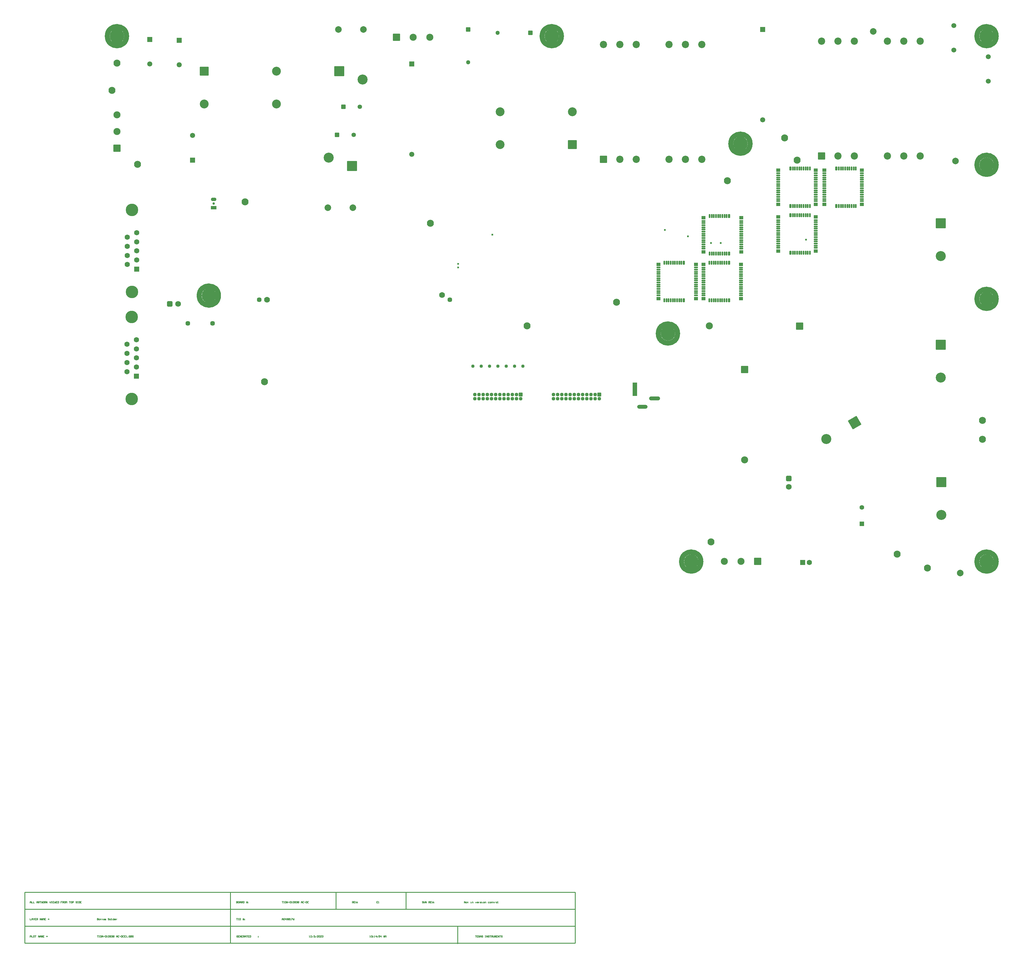
<source format=gbs>
G04*
G04 #@! TF.GenerationSoftware,Altium Limited,Altium Designer,23.1.1 (15)*
G04*
G04 Layer_Color=16711935*
%FSAX44Y44*%
%MOMM*%
G71*
G04*
G04 #@! TF.SameCoordinates,9B1E6CB6-7F21-4D16-986F-FEEA4F8F1DB9*
G04*
G04*
G04 #@! TF.FilePolarity,Negative*
G04*
G01*
G75*
%ADD19C,0.2540*%
%ADD22C,0.2032*%
%ADD128C,2.0000*%
%ADD129C,2.2000*%
G04:AMPARAMS|DCode=130|XSize=2.2mm|YSize=2.2mm|CornerRadius=0.055mm|HoleSize=0mm|Usage=FLASHONLY|Rotation=90.000|XOffset=0mm|YOffset=0mm|HoleType=Round|Shape=RoundedRectangle|*
%AMROUNDEDRECTD130*
21,1,2.2000,2.0900,0,0,90.0*
21,1,2.0900,2.2000,0,0,90.0*
1,1,0.1100,1.0450,1.0450*
1,1,0.1100,1.0450,-1.0450*
1,1,0.1100,-1.0450,-1.0450*
1,1,0.1100,-1.0450,1.0450*
%
%ADD130ROUNDEDRECTD130*%
%ADD131C,2.1320*%
%ADD132C,1.5500*%
G04:AMPARAMS|DCode=133|XSize=1.55mm|YSize=1.55mm|CornerRadius=0.0465mm|HoleSize=0mm|Usage=FLASHONLY|Rotation=90.000|XOffset=0mm|YOffset=0mm|HoleType=Round|Shape=RoundedRectangle|*
%AMROUNDEDRECTD133*
21,1,1.5500,1.4570,0,0,90.0*
21,1,1.4570,1.5500,0,0,90.0*
1,1,0.0930,0.7285,0.7285*
1,1,0.0930,0.7285,-0.7285*
1,1,0.0930,-0.7285,-0.7285*
1,1,0.0930,-0.7285,0.7285*
%
%ADD133ROUNDEDRECTD133*%
%ADD134C,4.4000*%
G04:AMPARAMS|DCode=135|XSize=1.07mm|YSize=1.7mm|CornerRadius=0.535mm|HoleSize=0mm|Usage=FLASHONLY|Rotation=90.000|XOffset=0mm|YOffset=0mm|HoleType=Round|Shape=RoundedRectangle|*
%AMROUNDEDRECTD135*
21,1,1.0700,0.6300,0,0,90.0*
21,1,0.0000,1.7000,0,0,90.0*
1,1,1.0700,0.3150,0.0000*
1,1,1.0700,0.3150,0.0000*
1,1,1.0700,-0.3150,0.0000*
1,1,1.0700,-0.3150,0.0000*
%
%ADD135ROUNDEDRECTD135*%
G04:AMPARAMS|DCode=136|XSize=1.07mm|YSize=1.7mm|CornerRadius=0.0481mm|HoleSize=0mm|Usage=FLASHONLY|Rotation=90.000|XOffset=0mm|YOffset=0mm|HoleType=Round|Shape=RoundedRectangle|*
%AMROUNDEDRECTD136*
21,1,1.0700,1.6037,0,0,90.0*
21,1,0.9737,1.7000,0,0,90.0*
1,1,0.0963,0.8019,0.4869*
1,1,0.0963,0.8019,-0.4869*
1,1,0.0963,-0.8019,-0.4869*
1,1,0.0963,-0.8019,0.4869*
%
%ADD136ROUNDEDRECTD136*%
%ADD137C,0.7500*%
%ADD138C,2.7000*%
G04:AMPARAMS|DCode=139|XSize=2.7mm|YSize=2.7mm|CornerRadius=0.054mm|HoleSize=0mm|Usage=FLASHONLY|Rotation=90.000|XOffset=0mm|YOffset=0mm|HoleType=Round|Shape=RoundedRectangle|*
%AMROUNDEDRECTD139*
21,1,2.7000,2.5920,0,0,90.0*
21,1,2.5920,2.7000,0,0,90.0*
1,1,0.1080,1.2960,1.2960*
1,1,0.1080,1.2960,-1.2960*
1,1,0.1080,-1.2960,-1.2960*
1,1,0.1080,-1.2960,1.2960*
%
%ADD139ROUNDEDRECTD139*%
G04:AMPARAMS|DCode=140|XSize=1.35mm|YSize=1.35mm|CornerRadius=0.0472mm|HoleSize=0mm|Usage=FLASHONLY|Rotation=0.000|XOffset=0mm|YOffset=0mm|HoleType=Round|Shape=RoundedRectangle|*
%AMROUNDEDRECTD140*
21,1,1.3500,1.2555,0,0,0.0*
21,1,1.2555,1.3500,0,0,0.0*
1,1,0.0945,0.6278,-0.6278*
1,1,0.0945,-0.6278,-0.6278*
1,1,0.0945,-0.6278,0.6278*
1,1,0.0945,0.6278,0.6278*
%
%ADD140ROUNDEDRECTD140*%
%ADD141C,1.3500*%
G04:AMPARAMS|DCode=142|XSize=2.15mm|YSize=2.15mm|CornerRadius=0.0538mm|HoleSize=0mm|Usage=FLASHONLY|Rotation=90.000|XOffset=0mm|YOffset=0mm|HoleType=Round|Shape=RoundedRectangle|*
%AMROUNDEDRECTD142*
21,1,2.1500,2.0425,0,0,90.0*
21,1,2.0425,2.1500,0,0,90.0*
1,1,0.1075,1.0213,1.0213*
1,1,0.1075,1.0213,-1.0213*
1,1,0.1075,-1.0213,-1.0213*
1,1,0.1075,-1.0213,1.0213*
%
%ADD142ROUNDEDRECTD142*%
%ADD143C,2.1500*%
G04:AMPARAMS|DCode=144|XSize=2.15mm|YSize=2.15mm|CornerRadius=0.0538mm|HoleSize=0mm|Usage=FLASHONLY|Rotation=180.000|XOffset=0mm|YOffset=0mm|HoleType=Round|Shape=RoundedRectangle|*
%AMROUNDEDRECTD144*
21,1,2.1500,2.0425,0,0,180.0*
21,1,2.0425,2.1500,0,0,180.0*
1,1,0.1075,-1.0213,1.0213*
1,1,0.1075,1.0213,1.0213*
1,1,0.1075,1.0213,-1.0213*
1,1,0.1075,-1.0213,-1.0213*
%
%ADD144ROUNDEDRECTD144*%
%ADD145C,2.0000*%
G04:AMPARAMS|DCode=146|XSize=3.05mm|YSize=3.05mm|CornerRadius=0.0458mm|HoleSize=0mm|Usage=FLASHONLY|Rotation=90.000|XOffset=0mm|YOffset=0mm|HoleType=Round|Shape=RoundedRectangle|*
%AMROUNDEDRECTD146*
21,1,3.0500,2.9585,0,0,90.0*
21,1,2.9585,3.0500,0,0,90.0*
1,1,0.0915,1.4793,1.4793*
1,1,0.0915,1.4793,-1.4793*
1,1,0.0915,-1.4793,-1.4793*
1,1,0.0915,-1.4793,1.4793*
%
%ADD146ROUNDEDRECTD146*%
%ADD147C,3.0500*%
%ADD148C,1.7780*%
%ADD149C,1.4480*%
%ADD150C,1.0200*%
G04:AMPARAMS|DCode=151|XSize=1.3mm|YSize=1.3mm|CornerRadius=0.052mm|HoleSize=0mm|Usage=FLASHONLY|Rotation=180.000|XOffset=0mm|YOffset=0mm|HoleType=Round|Shape=RoundedRectangle|*
%AMROUNDEDRECTD151*
21,1,1.3000,1.1960,0,0,180.0*
21,1,1.1960,1.3000,0,0,180.0*
1,1,0.1040,-0.5980,0.5980*
1,1,0.1040,0.5980,0.5980*
1,1,0.1040,0.5980,-0.5980*
1,1,0.1040,-0.5980,-0.5980*
%
%ADD151ROUNDEDRECTD151*%
%ADD152C,1.3000*%
G04:AMPARAMS|DCode=153|XSize=1.3mm|YSize=1.3mm|CornerRadius=0.052mm|HoleSize=0mm|Usage=FLASHONLY|Rotation=270.000|XOffset=0mm|YOffset=0mm|HoleType=Round|Shape=RoundedRectangle|*
%AMROUNDEDRECTD153*
21,1,1.3000,1.1960,0,0,270.0*
21,1,1.1960,1.3000,0,0,270.0*
1,1,0.1040,-0.5980,-0.5980*
1,1,0.1040,-0.5980,0.5980*
1,1,0.1040,0.5980,0.5980*
1,1,0.1040,0.5980,-0.5980*
%
%ADD153ROUNDEDRECTD153*%
G04:AMPARAMS|DCode=154|XSize=1.12mm|YSize=1.12mm|CornerRadius=0.0504mm|HoleSize=0mm|Usage=FLASHONLY|Rotation=180.000|XOffset=0mm|YOffset=0mm|HoleType=Round|Shape=RoundedRectangle|*
%AMROUNDEDRECTD154*
21,1,1.1200,1.0192,0,0,180.0*
21,1,1.0192,1.1200,0,0,180.0*
1,1,0.1008,-0.5096,0.5096*
1,1,0.1008,0.5096,0.5096*
1,1,0.1008,0.5096,-0.5096*
1,1,0.1008,-0.5096,-0.5096*
%
%ADD154ROUNDEDRECTD154*%
%ADD155C,1.1200*%
G04:AMPARAMS|DCode=156|XSize=3.2mm|YSize=1.2mm|CornerRadius=0.6mm|HoleSize=0mm|Usage=FLASHONLY|Rotation=0.000|XOffset=0mm|YOffset=0mm|HoleType=Round|Shape=RoundedRectangle|*
%AMROUNDEDRECTD156*
21,1,3.2000,0.0000,0,0,0.0*
21,1,2.0000,1.2000,0,0,0.0*
1,1,1.2000,1.0000,0.0000*
1,1,1.2000,-1.0000,0.0000*
1,1,1.2000,-1.0000,0.0000*
1,1,1.2000,1.0000,0.0000*
%
%ADD156ROUNDEDRECTD156*%
G04:AMPARAMS|DCode=157|XSize=3.4mm|YSize=1.2mm|CornerRadius=0.6mm|HoleSize=0mm|Usage=FLASHONLY|Rotation=0.000|XOffset=0mm|YOffset=0mm|HoleType=Round|Shape=RoundedRectangle|*
%AMROUNDEDRECTD157*
21,1,3.4000,0.0000,0,0,0.0*
21,1,2.2000,1.2000,0,0,0.0*
1,1,1.2000,1.1000,0.0000*
1,1,1.2000,-1.1000,0.0000*
1,1,1.2000,-1.1000,0.0000*
1,1,1.2000,1.1000,0.0000*
%
%ADD157ROUNDEDRECTD157*%
G04:AMPARAMS|DCode=158|XSize=1.4mm|YSize=4.1mm|CornerRadius=0.049mm|HoleSize=0mm|Usage=FLASHONLY|Rotation=0.000|XOffset=0mm|YOffset=0mm|HoleType=Round|Shape=RoundedRectangle|*
%AMROUNDEDRECTD158*
21,1,1.4000,4.0020,0,0,0.0*
21,1,1.3020,4.1000,0,0,0.0*
1,1,0.0980,0.6510,-2.0010*
1,1,0.0980,-0.6510,-2.0010*
1,1,0.0980,-0.6510,2.0010*
1,1,0.0980,0.6510,2.0010*
%
%ADD158ROUNDEDRECTD158*%
%ADD159C,1.5000*%
G04:AMPARAMS|DCode=160|XSize=3.05mm|YSize=3.05mm|CornerRadius=0.0458mm|HoleSize=0mm|Usage=FLASHONLY|Rotation=210.000|XOffset=0mm|YOffset=0mm|HoleType=Round|Shape=RoundedRectangle|*
%AMROUNDEDRECTD160*
21,1,3.0500,2.9585,0,0,210.0*
21,1,2.9585,3.0500,0,0,210.0*
1,1,0.0915,-2.0207,0.5414*
1,1,0.0915,0.5414,2.0207*
1,1,0.0915,2.0207,-0.5414*
1,1,0.0915,-0.5414,-2.0207*
%
%ADD160ROUNDEDRECTD160*%
%ADD161C,1.7500*%
G04:AMPARAMS|DCode=162|XSize=1.75mm|YSize=1.75mm|CornerRadius=0.4625mm|HoleSize=0mm|Usage=FLASHONLY|Rotation=270.000|XOffset=0mm|YOffset=0mm|HoleType=Round|Shape=RoundedRectangle|*
%AMROUNDEDRECTD162*
21,1,1.7500,0.8250,0,0,270.0*
21,1,0.8250,1.7500,0,0,270.0*
1,1,0.9250,-0.4125,-0.4125*
1,1,0.9250,-0.4125,0.4125*
1,1,0.9250,0.4125,0.4125*
1,1,0.9250,0.4125,-0.4125*
%
%ADD162ROUNDEDRECTD162*%
%ADD163R,1.4000X1.4000*%
%ADD164C,1.4000*%
%ADD165C,1.6000*%
G04:AMPARAMS|DCode=166|XSize=1.6mm|YSize=1.6mm|CornerRadius=0.1025mm|HoleSize=0mm|Usage=FLASHONLY|Rotation=0.000|XOffset=0mm|YOffset=0mm|HoleType=Round|Shape=RoundedRectangle|*
%AMROUNDEDRECTD166*
21,1,1.6000,1.3950,0,0,0.0*
21,1,1.3950,1.6000,0,0,0.0*
1,1,0.2050,0.6975,-0.6975*
1,1,0.2050,-0.6975,-0.6975*
1,1,0.2050,-0.6975,0.6975*
1,1,0.2050,0.6975,0.6975*
%
%ADD166ROUNDEDRECTD166*%
%ADD167R,1.6000X1.6000*%
%ADD168C,3.8000*%
G04:AMPARAMS|DCode=169|XSize=1.75mm|YSize=1.75mm|CornerRadius=0.4625mm|HoleSize=0mm|Usage=FLASHONLY|Rotation=0.000|XOffset=0mm|YOffset=0mm|HoleType=Round|Shape=RoundedRectangle|*
%AMROUNDEDRECTD169*
21,1,1.7500,0.8250,0,0,0.0*
21,1,0.8250,1.7500,0,0,0.0*
1,1,0.9250,0.4125,-0.4125*
1,1,0.9250,-0.4125,-0.4125*
1,1,0.9250,-0.4125,0.4125*
1,1,0.9250,0.4125,0.4125*
%
%ADD169ROUNDEDRECTD169*%
%ADD170C,1.4500*%
%ADD171C,0.6080*%
%ADD172C,0.6000*%
%ADD188C,1.5000*%
G04:AMPARAMS|DCode=190|XSize=0.665mm|YSize=1.15mm|CornerRadius=0.0499mm|HoleSize=0mm|Usage=FLASHONLY|Rotation=0.000|XOffset=0mm|YOffset=0mm|HoleType=Round|Shape=RoundedRectangle|*
%AMROUNDEDRECTD190*
21,1,0.6650,1.0502,0,0,0.0*
21,1,0.5653,1.1500,0,0,0.0*
1,1,0.0998,0.2826,-0.5251*
1,1,0.0998,-0.2826,-0.5251*
1,1,0.0998,-0.2826,0.5251*
1,1,0.0998,0.2826,0.5251*
%
%ADD190ROUNDEDRECTD190*%
G04:AMPARAMS|DCode=191|XSize=0.45mm|YSize=1.15mm|CornerRadius=0.0495mm|HoleSize=0mm|Usage=FLASHONLY|Rotation=0.000|XOffset=0mm|YOffset=0mm|HoleType=Round|Shape=RoundedRectangle|*
%AMROUNDEDRECTD191*
21,1,0.4500,1.0510,0,0,0.0*
21,1,0.3510,1.1500,0,0,0.0*
1,1,0.0990,0.1755,-0.5255*
1,1,0.0990,-0.1755,-0.5255*
1,1,0.0990,-0.1755,0.5255*
1,1,0.0990,0.1755,0.5255*
%
%ADD191ROUNDEDRECTD191*%
G04:AMPARAMS|DCode=192|XSize=1.15mm|YSize=1.1mm|CornerRadius=0.0495mm|HoleSize=0mm|Usage=FLASHONLY|Rotation=0.000|XOffset=0mm|YOffset=0mm|HoleType=Round|Shape=RoundedRectangle|*
%AMROUNDEDRECTD192*
21,1,1.1500,1.0010,0,0,0.0*
21,1,1.0510,1.1000,0,0,0.0*
1,1,0.0990,0.5255,-0.5005*
1,1,0.0990,-0.5255,-0.5005*
1,1,0.0990,-0.5255,0.5005*
1,1,0.0990,0.5255,0.5005*
%
%ADD192ROUNDEDRECTD192*%
G04:AMPARAMS|DCode=193|XSize=1.15mm|YSize=0.45mm|CornerRadius=0.0495mm|HoleSize=0mm|Usage=FLASHONLY|Rotation=0.000|XOffset=0mm|YOffset=0mm|HoleType=Round|Shape=RoundedRectangle|*
%AMROUNDEDRECTD193*
21,1,1.1500,0.3510,0,0,0.0*
21,1,1.0510,0.4500,0,0,0.0*
1,1,0.0990,0.5255,-0.1755*
1,1,0.0990,-0.5255,-0.1755*
1,1,0.0990,-0.5255,0.1755*
1,1,0.0990,0.5255,0.1755*
%
%ADD193ROUNDEDRECTD193*%
G54D19*
X01038734Y00433739D02*
Y00588679D01*
X00412751D02*
X02089532D01*
X01360552Y00537032D02*
Y00588679D01*
X01573912Y00537032D02*
Y00588679D01*
X01731900Y00432088D02*
Y00483608D01*
X01429894Y00433739D02*
X02089532D01*
X00412751D02*
X00812928D01*
X00412624Y00537032D02*
X02089532D01*
X00412624Y00433739D02*
X01429894D01*
X00412624Y00485386D02*
X02089024D01*
X00412624Y00433739D02*
Y00588679D01*
X00412751Y00433739D02*
Y00588679D01*
X02089532Y00433739D02*
Y00588679D01*
G54D22*
X00633350Y00508589D02*
Y00503591D01*
X00635849D01*
X00636682Y00504424D01*
Y00505257D01*
X00635849Y00506090D01*
X00633350D01*
X00635849D01*
X00636682Y00506923D01*
Y00507756D01*
X00635849Y00508589D01*
X00633350D01*
X00639182Y00503591D02*
X00640848D01*
X00641681Y00504424D01*
Y00506090D01*
X00640848Y00506923D01*
X00639182D01*
X00638349Y00506090D01*
Y00504424D01*
X00639182Y00503591D01*
X00644180Y00507756D02*
Y00506923D01*
X00643347D01*
X00645013D01*
X00644180D01*
Y00504424D01*
X00645013Y00503591D01*
X00648345Y00507756D02*
Y00506923D01*
X00647512D01*
X00649178D01*
X00648345D01*
Y00504424D01*
X00649178Y00503591D01*
X00652511D02*
X00654177D01*
X00655010Y00504424D01*
Y00506090D01*
X00654177Y00506923D01*
X00652511D01*
X00651677Y00506090D01*
Y00504424D01*
X00652511Y00503591D01*
X00656676D02*
Y00506923D01*
X00657509D01*
X00658342Y00506090D01*
Y00503591D01*
Y00506090D01*
X00659175Y00506923D01*
X00660008Y00506090D01*
Y00503591D01*
X00670005Y00507756D02*
X00669172Y00508589D01*
X00667506D01*
X00666673Y00507756D01*
Y00506923D01*
X00667506Y00506090D01*
X00669172D01*
X00670005Y00505257D01*
Y00504424D01*
X00669172Y00503591D01*
X00667506D01*
X00666673Y00504424D01*
X00672504Y00503591D02*
X00674170D01*
X00675003Y00504424D01*
Y00506090D01*
X00674170Y00506923D01*
X00672504D01*
X00671671Y00506090D01*
Y00504424D01*
X00672504Y00503591D01*
X00676669D02*
X00678335D01*
X00677502D01*
Y00508589D01*
X00676669D01*
X00684167D02*
Y00503591D01*
X00681668D01*
X00680835Y00504424D01*
Y00506090D01*
X00681668Y00506923D01*
X00684167D01*
X00688332Y00503591D02*
X00686666D01*
X00685833Y00504424D01*
Y00506090D01*
X00686666Y00506923D01*
X00688332D01*
X00689165Y00506090D01*
Y00505257D01*
X00685833D01*
X00690831Y00506923D02*
Y00503591D01*
Y00505257D01*
X00691665Y00506090D01*
X00692497Y00506923D01*
X00693331D01*
X00428753Y00555109D02*
Y00558441D01*
X00430419Y00560107D01*
X00432085Y00558441D01*
Y00555109D01*
Y00557608D01*
X00428753D01*
X00433751Y00560107D02*
Y00555109D01*
X00437084D01*
X00438750Y00560107D02*
Y00555109D01*
X00442082D01*
X00448747D02*
Y00558441D01*
X00450413Y00560107D01*
X00452079Y00558441D01*
Y00555109D01*
Y00557608D01*
X00448747D01*
X00453745Y00555109D02*
Y00560107D01*
X00456244D01*
X00457077Y00559274D01*
Y00557608D01*
X00456244Y00556775D01*
X00453745D01*
X00455411D02*
X00457077Y00555109D01*
X00458743Y00560107D02*
X00462076D01*
X00460410D01*
Y00555109D01*
X00463742Y00560107D02*
Y00555109D01*
X00465408Y00556775D01*
X00467074Y00555109D01*
Y00560107D01*
X00471239D02*
X00469573D01*
X00468740Y00559274D01*
Y00555942D01*
X00469573Y00555109D01*
X00471239D01*
X00472072Y00555942D01*
Y00559274D01*
X00471239Y00560107D01*
X00473738Y00555109D02*
Y00560107D01*
X00476238D01*
X00477071Y00559274D01*
Y00557608D01*
X00476238Y00556775D01*
X00473738D01*
X00475405D02*
X00477071Y00555109D01*
X00478737Y00560107D02*
Y00555109D01*
Y00556775D01*
X00482069Y00560107D01*
X00479570Y00557608D01*
X00482069Y00555109D01*
X00488733Y00560107D02*
Y00556775D01*
X00490400Y00555109D01*
X00492066Y00556775D01*
Y00560107D01*
X00493732D02*
X00495398D01*
X00494565D01*
Y00555109D01*
X00493732D01*
X00495398D01*
X00501230Y00560107D02*
X00497897D01*
Y00555109D01*
X00501230D01*
X00497897Y00557608D02*
X00499563D01*
X00502896Y00560107D02*
Y00555109D01*
X00504562Y00556775D01*
X00506228Y00555109D01*
Y00560107D01*
X00511226D02*
X00507894D01*
Y00555109D01*
X00511226D01*
X00507894Y00557608D02*
X00509560D01*
X00512892Y00560107D02*
Y00555109D01*
X00515392D01*
X00516225Y00555942D01*
Y00559274D01*
X00515392Y00560107D01*
X00512892D01*
X00526221D02*
X00522889D01*
Y00557608D01*
X00524555D01*
X00522889D01*
Y00555109D01*
X00527887D02*
Y00560107D01*
X00530387D01*
X00531220Y00559274D01*
Y00557608D01*
X00530387Y00556775D01*
X00527887D01*
X00529553D02*
X00531220Y00555109D01*
X00535385Y00560107D02*
X00533719D01*
X00532886Y00559274D01*
Y00555942D01*
X00533719Y00555109D01*
X00535385D01*
X00536218Y00555942D01*
Y00559274D01*
X00535385Y00560107D01*
X00537884Y00555109D02*
Y00560107D01*
X00539550Y00558441D01*
X00541216Y00560107D01*
Y00555109D01*
X00547881Y00560107D02*
X00551213D01*
X00549547D01*
Y00555109D01*
X00555378Y00560107D02*
X00553712D01*
X00552879Y00559274D01*
Y00555942D01*
X00553712Y00555109D01*
X00555378D01*
X00556212Y00555942D01*
Y00559274D01*
X00555378Y00560107D01*
X00557878Y00555109D02*
Y00560107D01*
X00560377D01*
X00561210Y00559274D01*
Y00557608D01*
X00560377Y00556775D01*
X00557878D01*
X00571207Y00559274D02*
X00570373Y00560107D01*
X00568707D01*
X00567874Y00559274D01*
Y00558441D01*
X00568707Y00557608D01*
X00570373D01*
X00571207Y00556775D01*
Y00555942D01*
X00570373Y00555109D01*
X00568707D01*
X00567874Y00555942D01*
X00572873Y00560107D02*
X00574539D01*
X00573706D01*
Y00555109D01*
X00572873D01*
X00574539D01*
X00577038Y00560107D02*
Y00555109D01*
X00579537D01*
X00580370Y00555942D01*
Y00559274D01*
X00579537Y00560107D01*
X00577038D01*
X00585369D02*
X00582036D01*
Y00555109D01*
X00585369D01*
X00582036Y00557608D02*
X00583703D01*
X00428753Y00451307D02*
Y00456305D01*
X00431252D01*
X00432085Y00455472D01*
Y00453806D01*
X00431252Y00452973D01*
X00428753D01*
X00433751Y00456305D02*
Y00451307D01*
X00437084D01*
X00441249Y00456305D02*
X00439583D01*
X00438750Y00455472D01*
Y00452140D01*
X00439583Y00451307D01*
X00441249D01*
X00442082Y00452140D01*
Y00455472D01*
X00441249Y00456305D01*
X00443748D02*
X00447080D01*
X00445414D01*
Y00451307D01*
X00453745D02*
Y00456305D01*
X00457077Y00451307D01*
Y00456305D01*
X00458743Y00451307D02*
Y00454639D01*
X00460410Y00456305D01*
X00462076Y00454639D01*
Y00451307D01*
Y00453806D01*
X00458743D01*
X00463742Y00451307D02*
Y00456305D01*
X00465408Y00454639D01*
X00467074Y00456305D01*
Y00451307D01*
X00472072Y00456305D02*
X00468740D01*
Y00451307D01*
X00472072D01*
X00468740Y00453806D02*
X00470406D01*
X00478737Y00452973D02*
X00482069D01*
X00478737Y00454639D02*
X00482069D01*
X00428753Y00508589D02*
Y00503591D01*
X00432085D01*
X00433751D02*
Y00506923D01*
X00435418Y00508589D01*
X00437084Y00506923D01*
Y00503591D01*
Y00506090D01*
X00433751D01*
X00438750Y00508589D02*
Y00507756D01*
X00440416Y00506090D01*
X00442082Y00507756D01*
Y00508589D01*
X00440416Y00506090D02*
Y00503591D01*
X00447080Y00508589D02*
X00443748D01*
Y00503591D01*
X00447080D01*
X00443748Y00506090D02*
X00445414D01*
X00448747Y00503591D02*
Y00508589D01*
X00451246D01*
X00452079Y00507756D01*
Y00506090D01*
X00451246Y00505257D01*
X00448747D01*
X00450413D02*
X00452079Y00503591D01*
X00458743D02*
Y00508589D01*
X00462076Y00503591D01*
Y00508589D01*
X00463742Y00503591D02*
Y00506923D01*
X00465408Y00508589D01*
X00467074Y00506923D01*
Y00503591D01*
Y00506090D01*
X00463742D01*
X00468740Y00503591D02*
Y00508589D01*
X00470406Y00506923D01*
X00472072Y00508589D01*
Y00503591D01*
X00477071Y00508589D02*
X00473738D01*
Y00503591D01*
X00477071D01*
X00473738Y00506090D02*
X00475405D01*
X00483735Y00505257D02*
X00487067D01*
X00483735Y00506923D02*
X00487067D01*
X01057784Y00560107D02*
Y00555109D01*
X01060283D01*
X01061116Y00555942D01*
Y00556775D01*
X01060283Y00557608D01*
X01057784D01*
X01060283D01*
X01061116Y00558441D01*
Y00559274D01*
X01060283Y00560107D01*
X01057784D01*
X01065282D02*
X01063616D01*
X01062783Y00559274D01*
Y00555942D01*
X01063616Y00555109D01*
X01065282D01*
X01066115Y00555942D01*
Y00559274D01*
X01065282Y00560107D01*
X01067781Y00555109D02*
Y00558441D01*
X01069447Y00560107D01*
X01071113Y00558441D01*
Y00555109D01*
Y00557608D01*
X01067781D01*
X01072779Y00555109D02*
Y00560107D01*
X01075278D01*
X01076112Y00559274D01*
Y00557608D01*
X01075278Y00556775D01*
X01072779D01*
X01074445D02*
X01076112Y00555109D01*
X01077778Y00560107D02*
Y00555109D01*
X01080277D01*
X01081110Y00555942D01*
Y00559274D01*
X01080277Y00560107D01*
X01077778D01*
X01088607Y00555109D02*
Y00560107D01*
X01090274D02*
Y00555109D01*
X01087774Y00558441D02*
X01090274D01*
X01091107D01*
X01087774Y00556775D02*
X01091107D01*
X01092773Y00558441D02*
X01093606D01*
Y00557608D01*
X01092773D01*
Y00558441D01*
Y00555942D02*
X01093606D01*
Y00555109D01*
X01092773D01*
Y00555942D01*
X00633350Y00456305D02*
X00636682D01*
X00635016D01*
Y00451307D01*
X00638349Y00456305D02*
X00640015D01*
X00639182D01*
Y00451307D01*
X00638349D01*
X00640015D01*
X00642514Y00456305D02*
Y00451307D01*
X00645013D01*
X00645846Y00452140D01*
Y00455472D01*
X00645013Y00456305D01*
X00642514D01*
X00647512Y00451307D02*
Y00454639D01*
X00649178Y00456305D01*
X00650844Y00454639D01*
Y00451307D01*
Y00453806D01*
X00647512D01*
X00652511D02*
X00655843D01*
X00657509Y00455472D02*
X00658342Y00456305D01*
X00660008D01*
X00660841Y00455472D01*
Y00452140D01*
X00660008Y00451307D01*
X00658342D01*
X00657509Y00452140D01*
Y00455472D01*
X00662507Y00451307D02*
X00664173D01*
X00663340D01*
Y00456305D01*
X00662507Y00455472D01*
X00666673D02*
X00667506Y00456305D01*
X00669172D01*
X00670005Y00455472D01*
Y00452140D01*
X00669172Y00451307D01*
X00667506D01*
X00666673Y00452140D01*
Y00455472D01*
X00671671Y00452140D02*
X00672504Y00451307D01*
X00674170D01*
X00675003Y00452140D01*
Y00455472D01*
X00674170Y00456305D01*
X00672504D01*
X00671671Y00455472D01*
Y00454639D01*
X00672504Y00453806D01*
X00675003D01*
X00676669Y00455472D02*
X00677502Y00456305D01*
X00679168D01*
X00680002Y00455472D01*
Y00454639D01*
X00679168Y00453806D01*
X00678335D01*
X00679168D01*
X00680002Y00452973D01*
Y00452140D01*
X00679168Y00451307D01*
X00677502D01*
X00676669Y00452140D01*
X00681668Y00455472D02*
X00682501Y00456305D01*
X00684167D01*
X00685000Y00455472D01*
Y00454639D01*
X00684167Y00453806D01*
X00685000Y00452973D01*
Y00452140D01*
X00684167Y00451307D01*
X00682501D01*
X00681668Y00452140D01*
Y00452973D01*
X00682501Y00453806D01*
X00681668Y00454639D01*
Y00455472D01*
X00682501Y00453806D02*
X00684167D01*
X00691665Y00451307D02*
Y00454639D01*
X00693331Y00456305D01*
X00694997Y00454639D01*
Y00451307D01*
Y00453806D01*
X00691665D01*
X00699995Y00455472D02*
X00699162Y00456305D01*
X00697496D01*
X00696663Y00455472D01*
Y00452140D01*
X00697496Y00451307D01*
X00699162D01*
X00699995Y00452140D01*
X00701661Y00453806D02*
X00704993D01*
X00706659Y00456305D02*
Y00451307D01*
X00709159D01*
X00709992Y00452140D01*
Y00455472D01*
X00709159Y00456305D01*
X00706659D01*
X00714990Y00455472D02*
X00714157Y00456305D01*
X00712491D01*
X00711658Y00455472D01*
Y00452140D01*
X00712491Y00451307D01*
X00714157D01*
X00714990Y00452140D01*
X00719988Y00456305D02*
X00716656D01*
Y00451307D01*
X00719988D01*
X00716656Y00453806D02*
X00718322D01*
X00721655Y00451307D02*
X00723321D01*
X00722488D01*
Y00456305D01*
X00721655Y00455472D01*
X00725820Y00451307D02*
Y00452140D01*
X00726653D01*
Y00451307D01*
X00725820D01*
X00733317Y00455472D02*
X00732485Y00456305D01*
X00730818D01*
X00729985Y00455472D01*
Y00452140D01*
X00730818Y00451307D01*
X00732485D01*
X00733317Y00452140D01*
Y00453806D01*
X00731651D01*
X00734984Y00456305D02*
Y00451307D01*
X00737483D01*
X00738316Y00452140D01*
Y00452973D01*
X00737483Y00453806D01*
X00734984D01*
X00737483D01*
X00738316Y00454639D01*
Y00455472D01*
X00737483Y00456305D01*
X00734984D01*
X00743314Y00455472D02*
X00742481Y00456305D01*
X00740815D01*
X00739982Y00455472D01*
Y00454639D01*
X00740815Y00453806D01*
X00742481D01*
X00743314Y00452973D01*
Y00452140D01*
X00742481Y00451307D01*
X00740815D01*
X00739982Y00452140D01*
X01752220Y00555109D02*
Y00560107D01*
X01755552Y00555109D01*
Y00560107D01*
X01758052Y00555109D02*
X01759718D01*
X01760551Y00555942D01*
Y00557608D01*
X01759718Y00558441D01*
X01758052D01*
X01757218Y00557608D01*
Y00555942D01*
X01758052Y00555109D01*
X01763050Y00559274D02*
Y00558441D01*
X01762217D01*
X01763883D01*
X01763050D01*
Y00555942D01*
X01763883Y00555109D01*
X01771381D02*
X01773047D01*
X01772214D01*
Y00558441D01*
X01771381D01*
X01775546Y00555109D02*
Y00558441D01*
X01778045D01*
X01778878Y00557608D01*
Y00555109D01*
X01785543Y00558441D02*
X01787209Y00555109D01*
X01788875Y00558441D01*
X01793040Y00555109D02*
X01791374D01*
X01790541Y00555942D01*
Y00557608D01*
X01791374Y00558441D01*
X01793040D01*
X01793873Y00557608D01*
Y00556775D01*
X01790541D01*
X01795539Y00558441D02*
Y00555109D01*
Y00556775D01*
X01796372Y00557608D01*
X01797206Y00558441D01*
X01798038D01*
X01800538Y00555109D02*
X01803037D01*
X01803870Y00555942D01*
X01803037Y00556775D01*
X01801371D01*
X01800538Y00557608D01*
X01801371Y00558441D01*
X01803870D01*
X01805536Y00555109D02*
X01807202D01*
X01806369D01*
Y00558441D01*
X01805536D01*
X01810535Y00555109D02*
X01812201D01*
X01813034Y00555942D01*
Y00557608D01*
X01812201Y00558441D01*
X01810535D01*
X01809701Y00557608D01*
Y00555942D01*
X01810535Y00555109D01*
X01814700D02*
Y00558441D01*
X01817199D01*
X01818032Y00557608D01*
Y00555109D01*
X01828029Y00558441D02*
X01825530D01*
X01824697Y00557608D01*
Y00555942D01*
X01825530Y00555109D01*
X01828029D01*
X01830528D02*
X01832194D01*
X01833027Y00555942D01*
Y00557608D01*
X01832194Y00558441D01*
X01830528D01*
X01829695Y00557608D01*
Y00555942D01*
X01830528Y00555109D01*
X01834693D02*
Y00558441D01*
X01837192D01*
X01838026Y00557608D01*
Y00555109D01*
X01840525Y00559274D02*
Y00558441D01*
X01839692D01*
X01841358D01*
X01840525D01*
Y00555942D01*
X01841358Y00555109D01*
X01843857Y00558441D02*
Y00555109D01*
Y00556775D01*
X01844690Y00557608D01*
X01845523Y00558441D01*
X01846356D01*
X01849688Y00555109D02*
X01851355D01*
X01852188Y00555942D01*
Y00557608D01*
X01851355Y00558441D01*
X01849688D01*
X01848855Y00557608D01*
Y00555942D01*
X01849688Y00555109D01*
X01853854D02*
X01855520D01*
X01854687D01*
Y00560107D01*
X01853854D01*
X01410844Y00555109D02*
Y00560107D01*
X01413343D01*
X01414176Y00559274D01*
Y00557608D01*
X01413343Y00556775D01*
X01410844D01*
X01412510D02*
X01414176Y00555109D01*
X01419175Y00560107D02*
X01415842D01*
Y00555109D01*
X01419175D01*
X01415842Y00557608D02*
X01417509D01*
X01420841Y00560107D02*
Y00556775D01*
X01422507Y00555109D01*
X01424173Y00556775D01*
Y00560107D01*
X01425839Y00558441D02*
X01426672D01*
Y00557608D01*
X01425839D01*
Y00558441D01*
Y00555942D02*
X01426672D01*
Y00555109D01*
X01425839D01*
Y00555942D01*
X01488217Y00560107D02*
X01484885D01*
Y00555109D01*
X01488217D01*
X01484885Y00557608D02*
X01486551D01*
X01489884Y00555109D02*
X01491550D01*
X01490717D01*
Y00560107D01*
X01489884Y00559274D01*
X01627028D02*
X01626195Y00560107D01*
X01624529D01*
X01623696Y00559274D01*
Y00558441D01*
X01624529Y00557608D01*
X01626195D01*
X01627028Y00556775D01*
Y00555942D01*
X01626195Y00555109D01*
X01624529D01*
X01623696Y00555942D01*
X01628694Y00560107D02*
Y00556775D01*
X01630361Y00555109D01*
X01632027Y00556775D01*
Y00560107D01*
X01633693Y00555109D02*
Y00560107D01*
X01637025Y00555109D01*
Y00560107D01*
X01643690Y00555109D02*
Y00560107D01*
X01646189D01*
X01647022Y00559274D01*
Y00557608D01*
X01646189Y00556775D01*
X01643690D01*
X01645356D02*
X01647022Y00555109D01*
X01652020Y00560107D02*
X01648688D01*
Y00555109D01*
X01652020D01*
X01648688Y00557608D02*
X01650354D01*
X01653686Y00560107D02*
Y00556775D01*
X01655352Y00555109D01*
X01657019Y00556775D01*
Y00560107D01*
X01658685Y00558441D02*
X01659518D01*
Y00557608D01*
X01658685D01*
Y00558441D01*
Y00555942D02*
X01659518D01*
Y00555109D01*
X01658685D01*
Y00555942D01*
X01785494Y00456305D02*
X01788826D01*
X01787160D01*
Y00451307D01*
X01793825Y00456305D02*
X01790493D01*
Y00451307D01*
X01793825D01*
X01790493Y00453806D02*
X01792159D01*
X01795491Y00456305D02*
X01798823Y00451307D01*
Y00456305D02*
X01795491Y00451307D01*
X01800489D02*
Y00454639D01*
X01802155Y00456305D01*
X01803822Y00454639D01*
Y00451307D01*
Y00453806D01*
X01800489D01*
X01808820Y00455472D02*
X01807987Y00456305D01*
X01806321D01*
X01805488Y00455472D01*
Y00454639D01*
X01806321Y00453806D01*
X01807987D01*
X01808820Y00452973D01*
Y00452140D01*
X01807987Y00451307D01*
X01806321D01*
X01805488Y00452140D01*
X01815484Y00456305D02*
X01817151D01*
X01816317D01*
Y00451307D01*
X01815484D01*
X01817151D01*
X01819650D02*
Y00456305D01*
X01822982Y00451307D01*
Y00456305D01*
X01827980Y00455472D02*
X01827147Y00456305D01*
X01825481D01*
X01824648Y00455472D01*
Y00454639D01*
X01825481Y00453806D01*
X01827147D01*
X01827980Y00452973D01*
Y00452140D01*
X01827147Y00451307D01*
X01825481D01*
X01824648Y00452140D01*
X01829646Y00456305D02*
X01832979D01*
X01831313D01*
Y00451307D01*
X01834645D02*
Y00456305D01*
X01837144D01*
X01837977Y00455472D01*
Y00453806D01*
X01837144Y00452973D01*
X01834645D01*
X01836311D02*
X01837977Y00451307D01*
X01839643Y00456305D02*
Y00452140D01*
X01840476Y00451307D01*
X01842142D01*
X01842975Y00452140D01*
Y00456305D01*
X01844642Y00451307D02*
Y00456305D01*
X01846308Y00454639D01*
X01847974Y00456305D01*
Y00451307D01*
X01852972Y00456305D02*
X01849640D01*
Y00451307D01*
X01852972D01*
X01849640Y00453806D02*
X01851306D01*
X01854638Y00451307D02*
Y00456305D01*
X01857970Y00451307D01*
Y00456305D01*
X01859637D02*
X01862969D01*
X01861303D01*
Y00451307D01*
X01867967Y00455472D02*
X01867134Y00456305D01*
X01865468D01*
X01864635Y00455472D01*
Y00454639D01*
X01865468Y00453806D01*
X01867134D01*
X01867967Y00452973D01*
Y00452140D01*
X01867134Y00451307D01*
X01865468D01*
X01864635Y00452140D01*
X01196341Y00560107D02*
X01199673D01*
X01198007D01*
Y00555109D01*
X01201339Y00560107D02*
X01203006D01*
X01202173D01*
Y00555109D01*
X01201339D01*
X01203006D01*
X01205505Y00560107D02*
Y00555109D01*
X01208004D01*
X01208837Y00555942D01*
Y00559274D01*
X01208004Y00560107D01*
X01205505D01*
X01210503Y00555109D02*
Y00558441D01*
X01212169Y00560107D01*
X01213836Y00558441D01*
Y00555109D01*
Y00557608D01*
X01210503D01*
X01215502D02*
X01218834D01*
X01220500Y00559274D02*
X01221333Y00560107D01*
X01222999D01*
X01223832Y00559274D01*
Y00555942D01*
X01222999Y00555109D01*
X01221333D01*
X01220500Y00555942D01*
Y00559274D01*
X01225498Y00555109D02*
X01227164D01*
X01226331D01*
Y00560107D01*
X01225498Y00559274D01*
X01229664D02*
X01230497Y00560107D01*
X01232163D01*
X01232996Y00559274D01*
Y00555942D01*
X01232163Y00555109D01*
X01230497D01*
X01229664Y00555942D01*
Y00559274D01*
X01234662Y00555942D02*
X01235495Y00555109D01*
X01237161D01*
X01237994Y00555942D01*
Y00559274D01*
X01237161Y00560107D01*
X01235495D01*
X01234662Y00559274D01*
Y00558441D01*
X01235495Y00557608D01*
X01237994D01*
X01239660Y00559274D02*
X01240493Y00560107D01*
X01242160D01*
X01242993Y00559274D01*
Y00558441D01*
X01242160Y00557608D01*
X01241327D01*
X01242160D01*
X01242993Y00556775D01*
Y00555942D01*
X01242160Y00555109D01*
X01240493D01*
X01239660Y00555942D01*
X01244659Y00559274D02*
X01245492Y00560107D01*
X01247158D01*
X01247991Y00559274D01*
Y00558441D01*
X01247158Y00557608D01*
X01247991Y00556775D01*
Y00555942D01*
X01247158Y00555109D01*
X01245492D01*
X01244659Y00555942D01*
Y00556775D01*
X01245492Y00557608D01*
X01244659Y00558441D01*
Y00559274D01*
X01245492Y00557608D02*
X01247158D01*
X01254656Y00555109D02*
Y00558441D01*
X01256322Y00560107D01*
X01257988Y00558441D01*
Y00555109D01*
Y00557608D01*
X01254656D01*
X01262986Y00559274D02*
X01262153Y00560107D01*
X01260487D01*
X01259654Y00559274D01*
Y00555942D01*
X01260487Y00555109D01*
X01262153D01*
X01262986Y00555942D01*
X01264652Y00557608D02*
X01267984D01*
X01269650Y00560107D02*
Y00555109D01*
X01272150D01*
X01272983Y00555942D01*
Y00559274D01*
X01272150Y00560107D01*
X01269650D01*
X01277981Y00559274D02*
X01277148Y00560107D01*
X01275482D01*
X01274649Y00559274D01*
Y00555942D01*
X01275482Y00555109D01*
X01277148D01*
X01277981Y00555942D01*
X01057784Y00508460D02*
X01061116D01*
X01059450D01*
Y00503462D01*
X01062783Y00508460D02*
X01064449D01*
X01063616D01*
Y00503462D01*
X01062783D01*
X01064449D01*
X01066948Y00508460D02*
Y00503462D01*
X01069447D01*
X01070280Y00504295D01*
Y00507627D01*
X01069447Y00508460D01*
X01066948D01*
X01077778Y00503462D02*
Y00508460D01*
X01079444D02*
Y00503462D01*
X01076945Y00506794D02*
X01079444D01*
X01080277D01*
X01076945Y00505128D02*
X01080277D01*
X01081943Y00506794D02*
X01082776D01*
Y00505961D01*
X01081943D01*
Y00506794D01*
Y00504295D02*
X01082776D01*
Y00503462D01*
X01081943D01*
Y00504295D01*
X01061624Y00455472D02*
X01060791Y00456305D01*
X01059125D01*
X01058292Y00455472D01*
Y00452140D01*
X01059125Y00451307D01*
X01060791D01*
X01061624Y00452140D01*
Y00453806D01*
X01059958D01*
X01066623Y00456305D02*
X01063290D01*
Y00451307D01*
X01066623D01*
X01063290Y00453806D02*
X01064957D01*
X01068289Y00451307D02*
Y00456305D01*
X01071621Y00451307D01*
Y00456305D01*
X01076619D02*
X01073287D01*
Y00451307D01*
X01076619D01*
X01073287Y00453806D02*
X01074953D01*
X01078286Y00451307D02*
Y00456305D01*
X01080785D01*
X01081618Y00455472D01*
Y00453806D01*
X01080785Y00452973D01*
X01078286D01*
X01079952D02*
X01081618Y00451307D01*
X01083284D02*
Y00454639D01*
X01084950Y00456305D01*
X01086616Y00454639D01*
Y00451307D01*
Y00453806D01*
X01083284D01*
X01088282Y00456305D02*
X01091615D01*
X01089949D01*
Y00451307D01*
X01096613Y00456305D02*
X01093281D01*
Y00451307D01*
X01096613D01*
X01093281Y00453806D02*
X01094947D01*
X01098279Y00456305D02*
Y00451307D01*
X01100778D01*
X01101611Y00452140D01*
Y00455472D01*
X01100778Y00456305D01*
X01098279D01*
X01123271Y00454639D02*
X01124104D01*
Y00453806D01*
X01123271D01*
Y00454639D01*
Y00452140D02*
X01124104D01*
Y00451307D01*
X01123271D01*
Y00452140D01*
X01464311Y00451307D02*
X01465977D01*
X01465144D01*
Y00456305D01*
X01464311Y00455472D01*
X01468477D02*
X01469310Y00456305D01*
X01470976D01*
X01471809Y00455472D01*
Y00452140D01*
X01470976Y00451307D01*
X01469310D01*
X01468477Y00452140D01*
Y00455472D01*
X01473475Y00454639D02*
X01474308D01*
Y00453806D01*
X01473475D01*
Y00454639D01*
Y00452140D02*
X01474308D01*
Y00451307D01*
X01473475D01*
Y00452140D01*
X01477640Y00451307D02*
X01479306D01*
X01478473D01*
Y00456305D01*
X01477640Y00455472D01*
X01484305Y00451307D02*
Y00456305D01*
X01481806Y00453806D01*
X01485138D01*
X01486804Y00454639D02*
X01487637D01*
Y00453806D01*
X01486804D01*
Y00454639D01*
Y00452140D02*
X01487637D01*
Y00451307D01*
X01486804D01*
Y00452140D01*
X01494301Y00456305D02*
X01490969D01*
Y00453806D01*
X01492635Y00454639D01*
X01493468D01*
X01494301Y00453806D01*
Y00452140D01*
X01493468Y00451307D01*
X01491802D01*
X01490969Y00452140D01*
X01498467Y00451307D02*
Y00456305D01*
X01495968Y00453806D01*
X01499300D01*
X01505964Y00451307D02*
Y00454639D01*
X01507630Y00456305D01*
X01509297Y00454639D01*
Y00451307D01*
Y00453806D01*
X01505964D01*
X01510963Y00451307D02*
Y00456305D01*
X01512629Y00454639D01*
X01514295Y00456305D01*
Y00451307D01*
X01196341Y00503462D02*
Y00506794D01*
X01198007Y00508460D01*
X01199673Y00506794D01*
Y00503462D01*
Y00505961D01*
X01196341D01*
X01201339Y00507627D02*
X01202173Y00508460D01*
X01203839D01*
X01204672Y00507627D01*
Y00504295D01*
X01203839Y00503462D01*
X01202173D01*
X01201339Y00504295D01*
Y00507627D01*
X01208837Y00503462D02*
Y00508460D01*
X01206338Y00505961D01*
X01209670D01*
X01211336Y00504295D02*
X01212169Y00503462D01*
X01213835D01*
X01214669Y00504295D01*
Y00507627D01*
X01213835Y00508460D01*
X01212169D01*
X01211336Y00507627D01*
Y00506794D01*
X01212169Y00505961D01*
X01214669D01*
X01216335Y00507627D02*
X01217168Y00508460D01*
X01218834D01*
X01219667Y00507627D01*
Y00506794D01*
X01218834Y00505961D01*
X01219667Y00505128D01*
Y00504295D01*
X01218834Y00503462D01*
X01217168D01*
X01216335Y00504295D01*
Y00505128D01*
X01217168Y00505961D01*
X01216335Y00506794D01*
Y00507627D01*
X01217168Y00505961D02*
X01218834D01*
X01221333Y00503462D02*
X01222999D01*
X01222166D01*
Y00508460D01*
X01221333Y00507627D01*
X01225498Y00508460D02*
X01228831D01*
Y00507627D01*
X01225498Y00504295D01*
Y00503462D01*
X01233829Y00508460D02*
X01232163Y00507627D01*
X01230497Y00505961D01*
Y00504295D01*
X01231330Y00503462D01*
X01232996D01*
X01233829Y00504295D01*
Y00505128D01*
X01232996Y00505961D01*
X01230497D01*
X01279145Y00451307D02*
X01280811D01*
X01279978D01*
Y00456305D01*
X01279145Y00455472D01*
X01286643Y00451307D02*
X01283311D01*
X01286643Y00454639D01*
Y00455472D01*
X01285810Y00456305D01*
X01284144D01*
X01283311Y00455472D01*
X01288309Y00451307D02*
X01291641Y00454639D01*
X01293307Y00455472D02*
X01294140Y00456305D01*
X01295806D01*
X01296640Y00455472D01*
Y00454639D01*
X01295806Y00453806D01*
X01294973D01*
X01295806D01*
X01296640Y00452973D01*
Y00452140D01*
X01295806Y00451307D01*
X01294140D01*
X01293307Y00452140D01*
X01298306Y00451307D02*
X01301638Y00454639D01*
X01306636Y00451307D02*
X01303304D01*
X01306636Y00454639D01*
Y00455472D01*
X01305803Y00456305D01*
X01304137D01*
X01303304Y00455472D01*
X01308302D02*
X01309135Y00456305D01*
X01310802D01*
X01311635Y00455472D01*
Y00452140D01*
X01310802Y00451307D01*
X01309135D01*
X01308302Y00452140D01*
Y00455472D01*
X01316633Y00451307D02*
X01313301D01*
X01316633Y00454639D01*
Y00455472D01*
X01315800Y00456305D01*
X01314134D01*
X01313301Y00455472D01*
X01318299D02*
X01319132Y00456305D01*
X01320798D01*
X01321631Y00455472D01*
Y00454639D01*
X01320798Y00453806D01*
X01319965D01*
X01320798D01*
X01321631Y00452973D01*
Y00452140D01*
X01320798Y00451307D01*
X01319132D01*
X01318299Y00452140D01*
G54D128*
X03263522Y01560357D02*
D03*
X03248522Y02815357D02*
D03*
X02998522Y03209357D02*
D03*
G54D129*
X02841022Y03180357D02*
D03*
X02891022D02*
D03*
X02941022D02*
D03*
X03041022D02*
D03*
X03091022D02*
D03*
X03141022D02*
D03*
Y02830357D02*
D03*
X03091022D02*
D03*
X03041022D02*
D03*
X02941022D02*
D03*
X02891022D02*
D03*
X02176022Y03170357D02*
D03*
X02226022D02*
D03*
X02276022D02*
D03*
X02376022D02*
D03*
X02426022D02*
D03*
X02476022D02*
D03*
Y02820357D02*
D03*
X02426022D02*
D03*
X02376022D02*
D03*
X02276022D02*
D03*
X02226022D02*
D03*
G54D130*
X02841022Y02830357D02*
D03*
X02176022Y02820357D02*
D03*
G54D131*
X02503522Y01655357D02*
D03*
X03331022Y01967857D02*
D03*
X02766022Y02817857D02*
D03*
X02728522Y02885357D02*
D03*
X02216022Y02385357D02*
D03*
X01143522Y02142857D02*
D03*
X02553522Y02755357D02*
D03*
X01648522Y02625357D02*
D03*
X01083522Y02690357D02*
D03*
X00678522Y03030357D02*
D03*
X00756022Y02805357D02*
D03*
X03071022Y01617857D02*
D03*
X03331022Y02025357D02*
D03*
X01943522Y02312857D02*
D03*
X03163522Y01575357D02*
D03*
X00693522Y03112857D02*
D03*
G54D132*
X00923522Y02892857D02*
D03*
X00793522Y03110357D02*
D03*
X00883522Y03107857D02*
D03*
X01591522Y02835857D02*
D03*
X02661022Y02940357D02*
D03*
G54D133*
X00923522Y02817857D02*
D03*
X00793522Y03185357D02*
D03*
X00883522Y03182857D02*
D03*
X01591522Y03110857D02*
D03*
X02661022Y03215357D02*
D03*
G54D134*
X03343522Y03195357D02*
D03*
X02372522Y02289857D02*
D03*
X02018522Y03195357D02*
D03*
X03343522Y02803607D02*
D03*
X00693522Y03195357D02*
D03*
X00973522Y02405357D02*
D03*
X02443522Y01595357D02*
D03*
X02593522Y02867857D02*
D03*
X03343522Y01595357D02*
D03*
Y02395357D02*
D03*
G54D135*
X00988522Y02698057D02*
D03*
G54D136*
Y02672657D02*
D03*
G54D137*
Y02685357D02*
D03*
G54D138*
X01179522Y03088357D02*
D03*
Y02988357D02*
D03*
X00959522D02*
D03*
X01861522Y02865357D02*
D03*
Y02965357D02*
D03*
X02081522D02*
D03*
G54D139*
X00959522Y03088357D02*
D03*
X02081522Y02865357D02*
D03*
G54D140*
X01383522Y02980357D02*
D03*
X01364522Y02894357D02*
D03*
G54D141*
X01433522Y02980357D02*
D03*
X01414522Y02894357D02*
D03*
G54D142*
X00693522Y02853757D02*
D03*
X02606522Y02180357D02*
D03*
G54D143*
X00693522Y02904557D02*
D03*
Y02955357D02*
D03*
X02544222Y01596107D02*
D03*
X02595022D02*
D03*
X01646822Y03192107D02*
D03*
X01596022D02*
D03*
X02606022Y01905357D02*
D03*
X02498522Y02312857D02*
D03*
G54D144*
X02645822Y01596107D02*
D03*
X01545222Y03192107D02*
D03*
X02773522Y02312357D02*
D03*
G54D145*
X01444522Y03215657D02*
D03*
X01368522D02*
D03*
X01336022Y02672614D02*
D03*
X01412022D02*
D03*
G54D146*
X01371022Y03088657D02*
D03*
X03203522Y02625357D02*
D03*
Y02255357D02*
D03*
X03206022Y01837357D02*
D03*
X01409522Y02799614D02*
D03*
G54D147*
X01442022Y03063257D02*
D03*
X02855076Y01968462D02*
D03*
X03203522Y02525357D02*
D03*
Y02155357D02*
D03*
X03206022Y01737357D02*
D03*
X01338522Y02825014D02*
D03*
G54D148*
X01150452Y02392337D02*
D03*
X01684453Y02407336D02*
D03*
G54D149*
X01126953Y02392337D02*
D03*
X01707953D02*
D03*
G54D150*
X01854522Y02190382D02*
D03*
X01778322D02*
D03*
X01829122D02*
D03*
X01879922D02*
D03*
X01803722D02*
D03*
X01905322D02*
D03*
X01930722D02*
D03*
G54D151*
X01953522Y03205357D02*
D03*
G54D152*
X01853522D02*
D03*
X01763522Y03115357D02*
D03*
G54D153*
Y03215357D02*
D03*
G54D154*
X02163372Y02104257D02*
D03*
X01923372D02*
D03*
G54D155*
X02023672D02*
D03*
Y02091557D02*
D03*
X02150672Y02104257D02*
D03*
X02137972D02*
D03*
X02125272D02*
D03*
X02112572D02*
D03*
X02099872D02*
D03*
X02087172D02*
D03*
X02074472D02*
D03*
X02061772D02*
D03*
X02049072D02*
D03*
X02036372D02*
D03*
X02163372Y02091557D02*
D03*
X02150672D02*
D03*
X02137972D02*
D03*
X02125272D02*
D03*
X02112572D02*
D03*
X02099872D02*
D03*
X02087172D02*
D03*
X02074472D02*
D03*
X02061772D02*
D03*
X02049072D02*
D03*
X02036372D02*
D03*
X01796372D02*
D03*
X01809072D02*
D03*
X01821772D02*
D03*
X01834472D02*
D03*
X01847172D02*
D03*
X01859872D02*
D03*
X01872572D02*
D03*
X01885272D02*
D03*
X01897972D02*
D03*
X01910672D02*
D03*
X01796372Y02104257D02*
D03*
X01809072D02*
D03*
X01821772D02*
D03*
X01834472D02*
D03*
X01847172D02*
D03*
X01859872D02*
D03*
X01872572D02*
D03*
X01885272D02*
D03*
X01897972D02*
D03*
X01910672D02*
D03*
X01783672Y02091557D02*
D03*
Y02104257D02*
D03*
X01923372Y02091557D02*
D03*
G54D156*
X02294522Y02066857D02*
D03*
G54D157*
X02331522Y02091857D02*
D03*
G54D158*
X02271522Y02119857D02*
D03*
G54D159*
X03348522Y03132857D02*
D03*
Y03057857D02*
D03*
X03243522Y03227857D02*
D03*
Y03152857D02*
D03*
G54D160*
X02941678Y02018462D02*
D03*
G54D161*
X02741022Y01822657D02*
D03*
X00880222Y02380357D02*
D03*
G54D162*
X02741022Y01848057D02*
D03*
G54D163*
X02963522Y01710357D02*
D03*
G54D164*
Y01760357D02*
D03*
G54D165*
X02803522Y01592857D02*
D03*
X00753532Y02513739D02*
D03*
Y02541439D02*
D03*
Y02569139D02*
D03*
Y02596839D02*
D03*
X00725132Y02499889D02*
D03*
Y02527589D02*
D03*
Y02555289D02*
D03*
Y02582990D02*
D03*
X00724072Y02256907D02*
D03*
Y02229207D02*
D03*
Y02201507D02*
D03*
Y02173807D02*
D03*
X00752472Y02270757D02*
D03*
Y02243057D02*
D03*
Y02215357D02*
D03*
Y02187657D02*
D03*
G54D166*
X02783522Y01592857D02*
D03*
G54D167*
X00753532Y02486039D02*
D03*
X00752472Y02159957D02*
D03*
G54D168*
X00739332Y02666440D02*
D03*
Y02416439D02*
D03*
X00738272Y02090357D02*
D03*
Y02340357D02*
D03*
G54D169*
X00854822Y02380357D02*
D03*
G54D170*
X00909665Y02320757D02*
D03*
X00984665D02*
D03*
G54D171*
X01837189Y02590567D02*
D03*
X02793522Y02575357D02*
D03*
X02503522Y02565357D02*
D03*
X02433522Y02585357D02*
D03*
X02533522Y02565357D02*
D03*
X02363522Y02605357D02*
D03*
G54D172*
X01732921Y02490617D02*
D03*
Y02501617D02*
D03*
G54D188*
X03373022Y03195357D02*
G03*
X03373022Y03195357I-00029500J00000000D01*
G01*
X02402022Y02289857D02*
G03*
X02402022Y02289857I-00029500J00000000D01*
G01*
X02048022Y03195357D02*
G03*
X02048022Y03195357I-00029500J00000000D01*
G01*
X03373022Y02803607D02*
G03*
X03373022Y02803607I-00029500J00000000D01*
G01*
X00723022Y03195357D02*
G03*
X00723022Y03195357I-00029500J00000000D01*
G01*
X01003022Y02405357D02*
G03*
X01003022Y02405357I-00029500J00000000D01*
G01*
X02473022Y01595357D02*
G03*
X02473022Y01595357I-00029500J00000000D01*
G01*
X02623022Y02867857D02*
G03*
X02623022Y02867857I-00029500J00000000D01*
G01*
X03373022Y01595357D02*
G03*
X03373022Y01595357I-00029500J00000000D01*
G01*
Y02395357D02*
G03*
X03373022Y02395357I-00029500J00000000D01*
G01*
G54D190*
X02745592Y02535607D02*
D03*
X02745592Y02650107D02*
D03*
X02558952Y02647607D02*
D03*
X02558952Y02533107D02*
D03*
X02745592Y02678107D02*
D03*
X02745592Y02792607D02*
D03*
X02421022Y02505607D02*
D03*
X02421022Y02391107D02*
D03*
X02885592Y02792607D02*
D03*
X02885592Y02678107D02*
D03*
X02558602Y02390857D02*
D03*
X02558602Y02505357D02*
D03*
G54D191*
X02753172Y02535607D02*
D03*
X02759672D02*
D03*
X02766172D02*
D03*
X02772672D02*
D03*
X02779172D02*
D03*
X02785672D02*
D03*
X02792172D02*
D03*
X02798672D02*
D03*
X02805172D02*
D03*
Y02650107D02*
D03*
X02798672D02*
D03*
X02792172D02*
D03*
X02785672D02*
D03*
X02779172D02*
D03*
X02772672D02*
D03*
X02766172D02*
D03*
X02759672D02*
D03*
X02753172D02*
D03*
X02551372Y02647607D02*
D03*
X02544872D02*
D03*
X02538372D02*
D03*
X02531872D02*
D03*
X02525372D02*
D03*
X02518872D02*
D03*
X02512372D02*
D03*
X02505872D02*
D03*
X02499372D02*
D03*
Y02533107D02*
D03*
X02505872D02*
D03*
X02512372D02*
D03*
X02518872D02*
D03*
X02525372D02*
D03*
X02531872D02*
D03*
X02538372D02*
D03*
X02544872D02*
D03*
X02551372D02*
D03*
X02798672Y02678107D02*
D03*
X02805172Y02792607D02*
D03*
X02798672D02*
D03*
X02792172D02*
D03*
X02785672D02*
D03*
X02779172D02*
D03*
X02772672D02*
D03*
X02766172D02*
D03*
X02759672D02*
D03*
X02753172D02*
D03*
X02753172Y02678107D02*
D03*
X02759672D02*
D03*
X02766172D02*
D03*
X02772672D02*
D03*
X02779172D02*
D03*
X02785672D02*
D03*
X02792172D02*
D03*
X02805172D02*
D03*
X02367942Y02505607D02*
D03*
X02413442Y02391107D02*
D03*
X02406942D02*
D03*
X02400442D02*
D03*
X02393942D02*
D03*
X02387442D02*
D03*
X02380942D02*
D03*
X02374442D02*
D03*
X02367942D02*
D03*
X02361442D02*
D03*
X02413442Y02505607D02*
D03*
X02406942D02*
D03*
X02400442D02*
D03*
X02393942D02*
D03*
X02387442D02*
D03*
X02380942D02*
D03*
X02374442D02*
D03*
X02361442D02*
D03*
X02945172Y02678107D02*
D03*
X02932172D02*
D03*
X02925672D02*
D03*
X02919172D02*
D03*
X02912672D02*
D03*
X02906172D02*
D03*
X02899672D02*
D03*
X02893172D02*
D03*
X02893172Y02792607D02*
D03*
X02899672D02*
D03*
X02906172D02*
D03*
X02912672D02*
D03*
X02919172D02*
D03*
X02925672D02*
D03*
X02932172D02*
D03*
X02938672D02*
D03*
X02945172D02*
D03*
X02938672Y02678107D02*
D03*
X02551022Y02390857D02*
D03*
X02544522D02*
D03*
X02538022D02*
D03*
X02531522D02*
D03*
X02525022D02*
D03*
X02518522D02*
D03*
X02512022D02*
D03*
X02505522D02*
D03*
X02499022D02*
D03*
Y02505357D02*
D03*
X02505522D02*
D03*
X02512022D02*
D03*
X02518522D02*
D03*
X02525022D02*
D03*
X02531522D02*
D03*
X02538022D02*
D03*
X02544522D02*
D03*
X02551022D02*
D03*
G54D192*
X02823272Y02540857D02*
D03*
Y02644857D02*
D03*
X02708772D02*
D03*
Y02540857D02*
D03*
X02481272Y02642357D02*
D03*
Y02538357D02*
D03*
X02595772D02*
D03*
Y02642357D02*
D03*
X02823272Y02683357D02*
D03*
Y02787357D02*
D03*
X02708772D02*
D03*
Y02683357D02*
D03*
X02343342Y02500357D02*
D03*
Y02396357D02*
D03*
X02457842D02*
D03*
Y02500357D02*
D03*
X02848772Y02683357D02*
D03*
Y02787357D02*
D03*
X02963272D02*
D03*
Y02683357D02*
D03*
X02595422Y02500107D02*
D03*
Y02396107D02*
D03*
X02480922D02*
D03*
Y02500107D02*
D03*
G54D193*
X02823272Y02550607D02*
D03*
Y02557107D02*
D03*
Y02563607D02*
D03*
Y02570107D02*
D03*
Y02576607D02*
D03*
Y02583107D02*
D03*
Y02589607D02*
D03*
Y02596107D02*
D03*
Y02602607D02*
D03*
Y02609107D02*
D03*
Y02615607D02*
D03*
Y02622107D02*
D03*
Y02628607D02*
D03*
Y02635107D02*
D03*
X02708772D02*
D03*
Y02628607D02*
D03*
Y02622107D02*
D03*
Y02615607D02*
D03*
Y02609107D02*
D03*
Y02602607D02*
D03*
Y02596107D02*
D03*
Y02589607D02*
D03*
Y02583107D02*
D03*
Y02576607D02*
D03*
Y02570107D02*
D03*
Y02563607D02*
D03*
Y02557107D02*
D03*
Y02550607D02*
D03*
X02481272Y02632607D02*
D03*
Y02626107D02*
D03*
Y02619607D02*
D03*
Y02613107D02*
D03*
Y02606607D02*
D03*
Y02600107D02*
D03*
Y02593607D02*
D03*
Y02587107D02*
D03*
Y02580607D02*
D03*
Y02574107D02*
D03*
Y02567607D02*
D03*
Y02561107D02*
D03*
Y02554607D02*
D03*
Y02548107D02*
D03*
X02595772D02*
D03*
Y02554607D02*
D03*
Y02561107D02*
D03*
Y02567607D02*
D03*
Y02574107D02*
D03*
Y02580607D02*
D03*
Y02587107D02*
D03*
Y02593607D02*
D03*
Y02600107D02*
D03*
Y02606607D02*
D03*
Y02613107D02*
D03*
Y02619607D02*
D03*
Y02626107D02*
D03*
Y02632607D02*
D03*
X02823272Y02706107D02*
D03*
Y02712607D02*
D03*
Y02719107D02*
D03*
Y02725607D02*
D03*
Y02732107D02*
D03*
Y02738607D02*
D03*
Y02745107D02*
D03*
Y02751607D02*
D03*
Y02758107D02*
D03*
Y02764607D02*
D03*
Y02771107D02*
D03*
Y02777607D02*
D03*
Y02693107D02*
D03*
Y02699607D02*
D03*
X02708772Y02777607D02*
D03*
Y02771107D02*
D03*
Y02764607D02*
D03*
Y02758107D02*
D03*
Y02751607D02*
D03*
Y02745107D02*
D03*
Y02738607D02*
D03*
Y02732107D02*
D03*
Y02725607D02*
D03*
Y02719107D02*
D03*
Y02712607D02*
D03*
Y02706107D02*
D03*
Y02699607D02*
D03*
Y02693107D02*
D03*
X02343342Y02406107D02*
D03*
Y02412607D02*
D03*
Y02419107D02*
D03*
Y02425607D02*
D03*
Y02432107D02*
D03*
Y02438607D02*
D03*
Y02445107D02*
D03*
Y02451607D02*
D03*
Y02458107D02*
D03*
Y02464607D02*
D03*
Y02471107D02*
D03*
Y02477607D02*
D03*
Y02490607D02*
D03*
Y02484107D02*
D03*
X02457842Y02406107D02*
D03*
Y02412607D02*
D03*
Y02419107D02*
D03*
Y02425607D02*
D03*
Y02432107D02*
D03*
Y02438607D02*
D03*
Y02445107D02*
D03*
Y02451607D02*
D03*
Y02458107D02*
D03*
Y02464607D02*
D03*
Y02471107D02*
D03*
Y02477607D02*
D03*
Y02484107D02*
D03*
Y02490607D02*
D03*
X02963272Y02699607D02*
D03*
Y02693107D02*
D03*
X02848772D02*
D03*
Y02699607D02*
D03*
Y02706107D02*
D03*
Y02712607D02*
D03*
Y02719107D02*
D03*
Y02725607D02*
D03*
Y02732107D02*
D03*
Y02738607D02*
D03*
Y02745107D02*
D03*
Y02751607D02*
D03*
Y02758107D02*
D03*
Y02764607D02*
D03*
Y02771107D02*
D03*
Y02777607D02*
D03*
X02963272D02*
D03*
Y02771107D02*
D03*
Y02764607D02*
D03*
Y02758107D02*
D03*
Y02751607D02*
D03*
Y02745107D02*
D03*
Y02738607D02*
D03*
Y02732107D02*
D03*
Y02725607D02*
D03*
Y02719107D02*
D03*
Y02712607D02*
D03*
Y02706107D02*
D03*
X02595422Y02490357D02*
D03*
Y02483857D02*
D03*
Y02477357D02*
D03*
Y02470857D02*
D03*
Y02464357D02*
D03*
Y02457857D02*
D03*
Y02451357D02*
D03*
Y02444857D02*
D03*
Y02438357D02*
D03*
Y02431857D02*
D03*
Y02425357D02*
D03*
Y02418857D02*
D03*
Y02412357D02*
D03*
Y02405857D02*
D03*
X02480922D02*
D03*
Y02412357D02*
D03*
Y02418857D02*
D03*
Y02425357D02*
D03*
Y02431857D02*
D03*
Y02438357D02*
D03*
Y02444857D02*
D03*
Y02451357D02*
D03*
Y02457857D02*
D03*
Y02464357D02*
D03*
Y02470857D02*
D03*
Y02477357D02*
D03*
Y02483857D02*
D03*
Y02490357D02*
D03*
M02*

</source>
